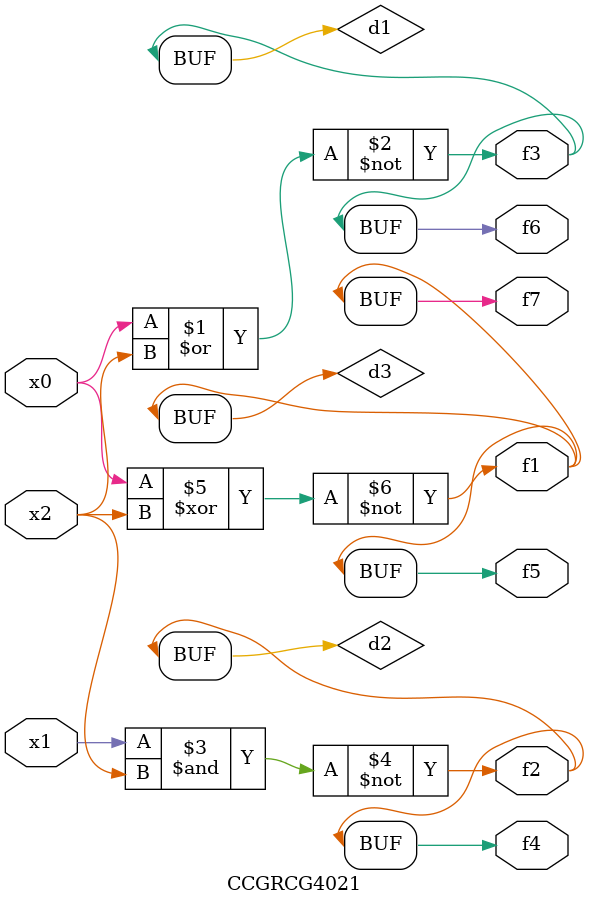
<source format=v>
module CCGRCG4021(
	input x0, x1, x2,
	output f1, f2, f3, f4, f5, f6, f7
);

	wire d1, d2, d3;

	nor (d1, x0, x2);
	nand (d2, x1, x2);
	xnor (d3, x0, x2);
	assign f1 = d3;
	assign f2 = d2;
	assign f3 = d1;
	assign f4 = d2;
	assign f5 = d3;
	assign f6 = d1;
	assign f7 = d3;
endmodule

</source>
